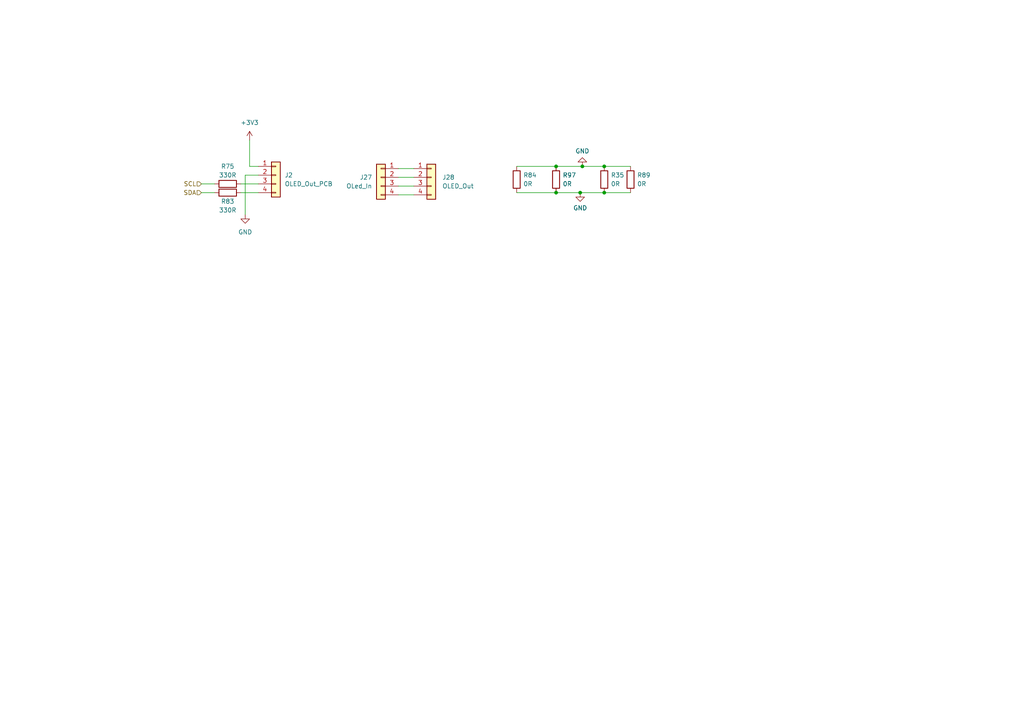
<source format=kicad_sch>
(kicad_sch (version 20231120) (generator "eeschema") (generator_version "8.0")
  (paper "A4")
  (title_block (title "Soldering Station") (date "2024-11-04") (company "BDS-SDCD"))
  (lib_symbols
    (symbol "Connector_Generic:Conn_01x04" (pin_names (offset 1.016) hide)
      (property "Reference" "J" (at 0 5.08 0))
      (property "Value" "Conn_01x04" (at 0 -7.62 0))
      (symbol "Conn_01x04_1_1"
        (rectangle (start -1.27 -4.953) (end 0 -5.207) (stroke (width 0.1524)))
        (rectangle (start -1.27 -2.413) (end 0 -2.667) (stroke (width 0.1524)))
        (rectangle (start -1.27 0.127) (end 0 -0.127) (stroke (width 0.1524)))
        (rectangle (start -1.27 2.667) (end 0 2.413) (stroke (width 0.1524)))
        (rectangle (start -1.27 3.81) (end 1.27 -6.35) (stroke (width 0.254)) (fill (type background)))
        (pin passive line (at -5.08 2.54 0) (length 3.81) (name "Pin_1") (number "1"))
        (pin passive line (at -5.08 0 0) (length 3.81) (name "Pin_2") (number "2"))
        (pin passive line (at -5.08 -2.54 0) (length 3.81) (name "Pin_3") (number "3"))
        (pin passive line (at -5.08 -5.08 0) (length 3.81) (name "Pin_4") (number "4"))
      )
    )
    (symbol "Device:R" (pin_numbers hide) (pin_names (offset 0))
      (property "Reference" "R" (at 2.032 0 90))
      (property "Value" "R" (at 0 0 90))
      (symbol "R_0_1"
        (rectangle (start -1.016 -2.54) (end 1.016 2.54) (stroke (width 0.254)))
      )
      (symbol "R_1_1"
        (pin passive line (at 0 3.81 270) (length 1.27) (name "~") (number "1"))
        (pin passive line (at 0 -3.81 90) (length 1.27) (name "~") (number "2"))
      )
    )
    (symbol "power:+3V3" (power) (pin_names (offset 0))
      (property "Value" "+3V3" (at 0 3.556 0))
      (symbol "+3V3_0_1"
        (polyline (pts (xy -0.762 1.27) (xy 0 2.54)))
        (polyline (pts (xy 0 0) (xy 0 2.54)))
        (polyline (pts (xy 0 2.54) (xy 0.762 1.27)))
      )
      (symbol "+3V3_1_1"
        (pin power_in line (at 0 0 90) (length 0) hide (name "+3V3") (number "1"))
      )
    )
    (symbol "power:GND" (power) (pin_names (offset 0))
      (property "Value" "GND" (at 0 -3.81 0))
      (symbol "GND_0_1"
        (polyline (pts (xy 0 0) (xy 0 -1.27) (xy 1.27 -1.27) (xy 0 -2.54) (xy -1.27 -1.27) (xy 0 -1.27)))
      )
      (symbol "GND_1_1"
        (pin power_in line (at 0 0 270) (length 0) hide (name "GND") (number "1"))
      )
    )
  )
  (junction (at 168.91 48.26))
  (junction (at 161.29 48.26))
  (junction (at 161.29 55.88))
  (junction (at 168.275 55.88))
  (junction (at 175.26 48.26))
  (junction (at 175.26 55.88))
  (wire (pts (xy 115.57 48.895) (xy 120.015 48.895)))
  (wire (pts (xy 149.86 55.88) (xy 161.29 55.88)))
  (wire (pts (xy 149.86 48.26) (xy 161.29 48.26)))
  (wire (pts (xy 115.57 53.975) (xy 120.015 53.975)))
  (wire (pts (xy 115.57 51.435) (xy 120.015 51.435)))
  (wire (pts (xy 58.42 55.88) (xy 62.23 55.88)))
  (wire (pts (xy 69.85 55.88) (xy 74.93 55.88)))
  (wire (pts (xy 72.39 40.64) (xy 72.39 48.26)))
  (wire (pts (xy 168.275 55.88) (xy 175.26 55.88)))
  (wire (pts (xy 69.85 53.34) (xy 74.93 53.34)))
  (wire (pts (xy 115.57 56.515) (xy 120.015 56.515)))
  (wire (pts (xy 161.29 55.88) (xy 168.275 55.88)))
  (wire (pts (xy 175.26 55.88) (xy 182.88 55.88)))
  (wire (pts (xy 168.91 48.26) (xy 175.26 48.26)))
  (wire (pts (xy 72.39 48.26) (xy 74.93 48.26)))
  (wire (pts (xy 161.29 48.26) (xy 168.91 48.26)))
  (wire (pts (xy 71.12 62.23) (xy 71.12 50.8)))
  (wire (pts (xy 71.12 50.8) (xy 74.93 50.8)))
  (wire (pts (xy 58.42 53.34) (xy 62.23 53.34)))
  (wire (pts (xy 175.26 48.26) (xy 182.88 48.26)))
  (hierarchical_label "SCL" (shape input) (at 58.42 53.34 180))
  (hierarchical_label "SDA" (shape input) (at 58.42 55.88 180))
  (symbol (lib_id "Connector_Generic:Conn_01x04") (at 125.095 51.435 0) (unit 1) (on_board no)
    (property "Reference" "J28" (at 128.27 51.435 0) (effects (justify left)))
    (property "Value" "OLED_Out" (at 128.27 53.975 0) (effects (justify left)))
    (property "Footprint" "Connector_PinSocket_2.54mm:PinSocket_1x04_P2.54mm_Vertical" (effects (hide yes)))
  )
  (symbol (lib_id "Device:R") (at 66.04 53.34 90) (unit 1)
    (property "Reference" "R75" (at 66.04 48.26 90))
    (property "Value" "330R" (at 66.04 50.8 90))
    (property "Footprint" "Resistor_SMD:R_1206_3216Metric_Pad1.30x1.75mm_HandSolder" (effects (hide yes)))
  )
  (symbol (lib_id "Device:R") (at 175.26 52.07 0) (unit 1)
    (property "Reference" "R35" (at 177.165 50.8 0) (effects (justify left)))
    (property "Value" "0R" (at 177.165 53.34 0) (effects (justify left)))
    (property "Footprint" "Resistor_SMD:R_1206_3216Metric_Pad1.30x1.75mm_HandSolder" (effects (hide yes)))
  )
  (symbol (lib_id "Device:R") (at 182.88 52.07 0) (unit 1)
    (property "Reference" "R89" (at 184.785 50.8 0) (effects (justify left)))
    (property "Value" "0R" (at 184.785 53.34 0) (effects (justify left)))
    (property "Footprint" "Resistor_SMD:R_1206_3216Metric_Pad1.30x1.75mm_HandSolder" (effects (hide yes)))
  )
  (symbol (lib_id "power:GND") (at 71.12 62.23 0) (unit 1)
    (property "Reference" "#PWR043" (effects (hide yes)))
    (property "Value" "GND" (at 71.12 67.31 0))
  )
  (symbol (lib_id "Connector_Generic:Conn_01x04") (at 80.01 50.8 0) (unit 1)
    (property "Reference" "J2" (at 82.55 50.8 0) (effects (justify left)))
    (property "Value" "OLED_Out_PCB" (at 82.55 53.34 0) (effects (justify left)))
    (property "Footprint" "Connector_PinHeader_2.54mm:PinHeader_1x04_P2.54mm_Vertical" (effects (hide yes)))
  )
  (symbol (lib_id "Device:R") (at 66.04 55.88 90) (unit 1)
    (property "Reference" "R83" (at 66.04 58.42 90))
    (property "Value" "330R" (at 66.04 60.96 90))
    (property "Footprint" "Resistor_SMD:R_1206_3216Metric_Pad1.30x1.75mm_HandSolder" (effects (hide yes)))
  )
  (symbol (lib_id "Device:R") (at 149.86 52.07 0) (unit 1)
    (property "Reference" "R84" (at 151.765 50.8 0) (effects (justify left)))
    (property "Value" "0R" (at 151.765 53.34 0) (effects (justify left)))
    (property "Footprint" "Resistor_SMD:R_1206_3216Metric_Pad1.30x1.75mm_HandSolder" (effects (hide yes)))
  )
  (symbol (lib_id "Connector_Generic:Conn_01x04") (at 110.49 51.435 0) (mirror y) (unit 1) (on_board no)
    (property "Reference" "J27" (at 107.95 51.435 0) (effects (justify left)))
    (property "Value" "OLed_In" (at 107.95 53.975 0) (effects (justify left)))
    (property "Footprint" "Connector_PinHeader_2.54mm:PinHeader_1x04_P2.54mm_Vertical" (effects (hide yes)))
  )
  (symbol (lib_id "power:GND") (at 168.275 55.88 0) (unit 1)
    (property "Reference" "#PWR031" (effects (hide yes)))
    (property "Value" "GND" (at 168.275 60.325 0))
  )
  (symbol (lib_id "Device:R") (at 161.29 52.07 0) (unit 1)
    (property "Reference" "R97" (at 163.195 50.8 0) (effects (justify left)))
    (property "Value" "0R" (at 163.195 53.34 0) (effects (justify left)))
    (property "Footprint" "Resistor_SMD:R_1206_3216Metric_Pad1.30x1.75mm_HandSolder" (effects (hide yes)))
  )
  (symbol (lib_id "power:GND") (at 168.91 48.26 180) (unit 1)
    (property "Reference" "#PWR032" (effects (hide yes)))
    (property "Value" "GND" (at 168.91 43.815 0))
  )
  (symbol (lib_id "power:+3V3") (at 72.39 40.64 0) (unit 1)
    (property "Reference" "#PWR042" (effects (hide yes)))
    (property "Value" "+3V3" (at 72.39 35.56 0))
  )
)
</source>
